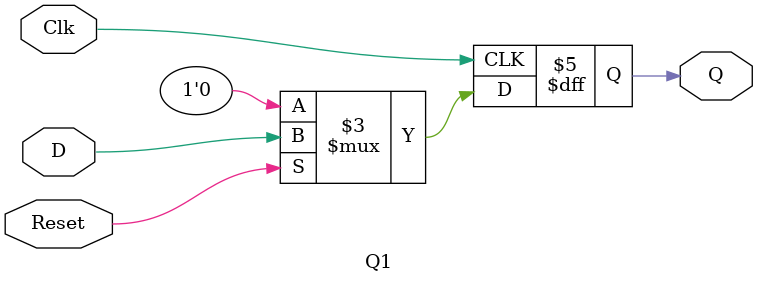
<source format=v>
module Q1(D,Clk,Reset,Q);
    input D, Clk, Reset;
    output reg Q;
    always @(posedge Clk)
        if(Reset) Q = D;
        else Q = 0;
endmodule

</source>
